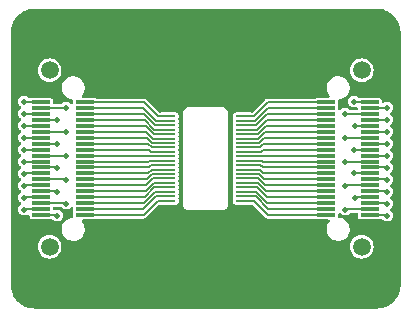
<source format=gbr>
G04 #@! TF.GenerationSoftware,KiCad,Pcbnew,7.0.10*
G04 #@! TF.CreationDate,2024-07-14T22:48:30-04:00*
G04 #@! TF.ProjectId,ARS_Igloo-v2,4152535f-4967-46c6-9f6f-2d76322e6b69,rev?*
G04 #@! TF.SameCoordinates,Original*
G04 #@! TF.FileFunction,Copper,L2,Bot*
G04 #@! TF.FilePolarity,Positive*
%FSLAX46Y46*%
G04 Gerber Fmt 4.6, Leading zero omitted, Abs format (unit mm)*
G04 Created by KiCad (PCBNEW 7.0.10) date 2024-07-14 22:48:30*
%MOMM*%
%LPD*%
G01*
G04 APERTURE LIST*
G04 #@! TA.AperFunction,ComponentPad*
%ADD10C,3.900000*%
G04 #@! TD*
G04 #@! TA.AperFunction,ConnectorPad*
%ADD11C,7.000000*%
G04 #@! TD*
G04 #@! TA.AperFunction,SMDPad,CuDef*
%ADD12R,1.250000X0.175000*%
G04 #@! TD*
G04 #@! TA.AperFunction,SMDPad,CuDef*
%ADD13R,1.500000X0.300000*%
G04 #@! TD*
G04 #@! TA.AperFunction,ComponentPad*
%ADD14C,1.500000*%
G04 #@! TD*
G04 #@! TA.AperFunction,ViaPad*
%ADD15C,0.500000*%
G04 #@! TD*
G04 #@! TA.AperFunction,ViaPad*
%ADD16C,0.800000*%
G04 #@! TD*
G04 #@! TA.AperFunction,Conductor*
%ADD17C,0.152400*%
G04 #@! TD*
G04 APERTURE END LIST*
D10*
X0Y8890000D03*
D11*
X0Y8890000D03*
D12*
X-3175000Y3562500D03*
X-3175000Y3187500D03*
X-3175000Y2812500D03*
X-3175000Y2437500D03*
X-3175000Y2062500D03*
X-3175000Y1687500D03*
X-3175000Y1312500D03*
X-3175000Y937500D03*
X-3175000Y562500D03*
X-3175000Y187500D03*
X-3175000Y-187500D03*
X-3175000Y-562500D03*
X-3175000Y-937500D03*
X-3175000Y-1312500D03*
X-3175000Y-1687500D03*
X-3175000Y-2062500D03*
X-3175000Y-2437500D03*
X-3175000Y-2812500D03*
X-3175000Y-3187500D03*
X-3175000Y-3562500D03*
D10*
X0Y-8890000D03*
D11*
X0Y-8890000D03*
D12*
X3175000Y-3562500D03*
X3175000Y-3187500D03*
X3175000Y-2812500D03*
X3175000Y-2437500D03*
X3175000Y-2062500D03*
X3175000Y-1687500D03*
X3175000Y-1312500D03*
X3175000Y-937500D03*
X3175000Y-562500D03*
X3175000Y-187500D03*
X3175000Y187500D03*
X3175000Y562500D03*
X3175000Y937500D03*
X3175000Y1312500D03*
X3175000Y1687500D03*
X3175000Y2062500D03*
X3175000Y2437500D03*
X3175000Y2812500D03*
X3175000Y3187500D03*
X3175000Y3562500D03*
D13*
X-13915000Y-4750000D03*
X-10215000Y-4750000D03*
X-13915000Y-4250000D03*
X-10215000Y-4250000D03*
X-13915000Y-3750000D03*
X-10215000Y-3750000D03*
X-13915000Y-3250000D03*
X-10215000Y-3250000D03*
X-13915000Y-2750000D03*
X-10215000Y-2750000D03*
X-13915000Y-2250000D03*
X-10215000Y-2250000D03*
X-13915000Y-1750000D03*
X-10215000Y-1750000D03*
X-13915000Y-1250000D03*
X-10215000Y-1250000D03*
X-13915000Y-750000D03*
X-10215000Y-750000D03*
X-13915000Y-250000D03*
X-10215000Y-250000D03*
X-13915000Y250000D03*
X-10215000Y250000D03*
X-13915000Y750000D03*
X-10215000Y750000D03*
X-13915000Y1250000D03*
X-10215000Y1250000D03*
X-13915000Y1750000D03*
X-10215000Y1750000D03*
X-13915000Y2250000D03*
X-10215000Y2250000D03*
X-13915000Y2750000D03*
X-10215000Y2750000D03*
X-13915000Y3250000D03*
X-10215000Y3250000D03*
X-13915000Y3750000D03*
X-10215000Y3750000D03*
X-13915000Y4250000D03*
X-10215000Y4250000D03*
X-13915000Y4750000D03*
X-10215000Y4750000D03*
D14*
X-13215000Y7475000D03*
X-13215000Y-7475000D03*
D13*
X13915000Y4750000D03*
X10215000Y4750000D03*
X13915000Y4250000D03*
X10215000Y4250000D03*
X13915000Y3750000D03*
X10215000Y3750000D03*
X13915000Y3250000D03*
X10215000Y3250000D03*
X13915000Y2750000D03*
X10215000Y2750000D03*
X13915000Y2250000D03*
X10215000Y2250000D03*
X13915000Y1750000D03*
X10215000Y1750000D03*
X13915000Y1250000D03*
X10215000Y1250000D03*
X13915000Y750000D03*
X10215000Y750000D03*
X13915000Y250000D03*
X10215000Y250000D03*
X13915000Y-250000D03*
X10215000Y-250000D03*
X13915000Y-750000D03*
X10215000Y-750000D03*
X13915000Y-1250000D03*
X10215000Y-1250000D03*
X13915000Y-1750000D03*
X10215000Y-1750000D03*
X13915000Y-2250000D03*
X10215000Y-2250000D03*
X13915000Y-2750000D03*
X10215000Y-2750000D03*
X13915000Y-3250000D03*
X10215000Y-3250000D03*
X13915000Y-3750000D03*
X10215000Y-3750000D03*
X13915000Y-4250000D03*
X10215000Y-4250000D03*
X13915000Y-4750000D03*
X10215000Y-4750000D03*
D14*
X13215000Y-7475000D03*
X13215000Y7475000D03*
D15*
X-15367000Y4826000D03*
X-11811000Y4318010D03*
X-15367000Y3810000D03*
X-12619529Y3302000D03*
X-15367000Y2794000D03*
X-11811000Y2286000D03*
X-15367000Y1778000D03*
X-12573000Y1250010D03*
X-15367000Y762000D03*
X-11811000Y254000D03*
X-15367000Y-254000D03*
X-12573000Y-762000D03*
X-15367008Y-1270000D03*
X-11811000Y-1778000D03*
X-15367000Y-2286000D03*
X-12616061Y-2794000D03*
X-15367000Y-3302000D03*
X-11811000Y-3810000D03*
X-15367000Y-4317994D03*
X-12572996Y-4826000D03*
X12572996Y4826000D03*
X15367000Y4317994D03*
X11811000Y3810000D03*
X15367000Y3302000D03*
X12616061Y2794000D03*
X15367000Y2286000D03*
X11811000Y1778000D03*
X15367008Y1270000D03*
X12573000Y762000D03*
X15367000Y254000D03*
X11811000Y-254000D03*
X15367000Y-762000D03*
X12573000Y-1250010D03*
X15367000Y-1778000D03*
X11811000Y-2286000D03*
X15367000Y-2794000D03*
X12619529Y-3302000D03*
X15367000Y-3810000D03*
X11811000Y-4318010D03*
X15367000Y-4826000D03*
X0Y6350000D03*
D16*
X-1905000Y-6985000D03*
X7620000Y-10795000D03*
D15*
X0Y5080000D03*
X0Y-5080000D03*
X3810000Y6350000D03*
D16*
X-4445000Y11430000D03*
X-7620000Y10795000D03*
X4445000Y11430000D03*
D15*
X-3810000Y6350000D03*
D16*
X-4445000Y-8890000D03*
X4445000Y8890000D03*
X4445000Y-8890000D03*
X1905000Y-6985000D03*
D15*
X2540000Y-5080000D03*
X-3810000Y-6350000D03*
D16*
X-7620000Y-10160000D03*
X-4445000Y-11430000D03*
D15*
X-2540000Y-5080000D03*
D16*
X-4445000Y8890000D03*
D15*
X-2540000Y5080000D03*
X3810000Y-6350000D03*
X0Y-6350000D03*
D16*
X4445000Y-11430000D03*
D15*
X2540000Y5080000D03*
D16*
X1905000Y6985000D03*
X7620000Y10795000D03*
X-1905000Y6985000D03*
D17*
X10215000Y-4750000D02*
X5258000Y-4750000D01*
X5258000Y-4750000D02*
X4070500Y-3562500D01*
X4070500Y-3562500D02*
X3175000Y-3562500D01*
X5296636Y-4250000D02*
X4234136Y-3187500D01*
X10215000Y-4250000D02*
X5296636Y-4250000D01*
X4234136Y-3187500D02*
X3175000Y-3187500D01*
X10215000Y-3750000D02*
X5227688Y-3750000D01*
X10215000Y-3750000D02*
X10155000Y-3810000D01*
X4290188Y-2812500D02*
X3175000Y-2812500D01*
X5227688Y-3750000D02*
X4290188Y-2812500D01*
X5158740Y-3250000D02*
X4346240Y-2437500D01*
X4346240Y-2437500D02*
X3175000Y-2437500D01*
X10215000Y-3250000D02*
X5158740Y-3250000D01*
X10215000Y-3250000D02*
X10163000Y-3302000D01*
X10215000Y-2750000D02*
X5089792Y-2750000D01*
X4402292Y-2062500D02*
X3175000Y-2062500D01*
X5089792Y-2750000D02*
X4402292Y-2062500D01*
X10215000Y-2750000D02*
X10171000Y-2794000D01*
X5020844Y-2250000D02*
X4458344Y-1687500D01*
X10215000Y-2250000D02*
X5020844Y-2250000D01*
X4458344Y-1687500D02*
X3175000Y-1687500D01*
X10215000Y-2250000D02*
X10179000Y-2286000D01*
X4951896Y-1750000D02*
X4514396Y-1312500D01*
X4514396Y-1312500D02*
X3175000Y-1312500D01*
X10215000Y-1750000D02*
X4951896Y-1750000D01*
X10215000Y-1750000D02*
X10187000Y-1778000D01*
X10215000Y-1250000D02*
X10195000Y-1270000D01*
X4570448Y-937500D02*
X3175000Y-937500D01*
X10215000Y-1250000D02*
X4882948Y-1250000D01*
X4882948Y-1250000D02*
X4570448Y-937500D01*
X10215000Y-750000D02*
X10203000Y-762000D01*
X4814000Y-750000D02*
X4626500Y-562500D01*
X4626500Y-562500D02*
X3175000Y-562500D01*
X10215000Y-750000D02*
X4814000Y-750000D01*
X4759500Y-187500D02*
X3175000Y-187500D01*
X9312600Y-250000D02*
X9308600Y-254000D01*
X10215000Y-250000D02*
X9312600Y-250000D01*
X10215000Y-250000D02*
X10211000Y-254000D01*
X4826000Y-254000D02*
X4759500Y-187500D01*
X9308600Y-254000D02*
X4826000Y-254000D01*
X4826000Y187500D02*
X3175000Y187500D01*
X10211000Y254000D02*
X4892500Y254000D01*
X4892500Y254000D02*
X4826000Y187500D01*
X10215000Y250000D02*
X10211000Y254000D01*
X4838000Y750000D02*
X4650500Y562500D01*
X4650500Y562500D02*
X3175000Y562500D01*
X10215000Y750000D02*
X4838000Y750000D01*
X10215000Y750000D02*
X10203000Y762000D01*
X4570448Y937500D02*
X3175000Y937500D01*
X10215000Y1250000D02*
X10195000Y1270000D01*
X4882948Y1250000D02*
X4570448Y937500D01*
X10215000Y1250000D02*
X4882948Y1250000D01*
X10215000Y1750000D02*
X4951896Y1750000D01*
X10215000Y1750000D02*
X10187000Y1778000D01*
X4951896Y1750000D02*
X4514396Y1312500D01*
X4514396Y1312500D02*
X3175000Y1312500D01*
X10215000Y2250000D02*
X10179000Y2286000D01*
X10215000Y2250000D02*
X5020844Y2250000D01*
X5020844Y2250000D02*
X4458344Y1687500D01*
X4458344Y1687500D02*
X3175000Y1687500D01*
X10215000Y2750000D02*
X10171000Y2794000D01*
X4400748Y2062500D02*
X3175000Y2062500D01*
X10215000Y2750000D02*
X5088248Y2750000D01*
X5088248Y2750000D02*
X4400748Y2062500D01*
X10215000Y3250000D02*
X10163000Y3302000D01*
X5157196Y3250000D02*
X4344696Y2437500D01*
X4344696Y2437500D02*
X3175000Y2437500D01*
X10215000Y3250000D02*
X5157196Y3250000D01*
X4288644Y2812500D02*
X3175000Y2812500D01*
X10215000Y3750000D02*
X5226144Y3750000D01*
X10215000Y3750000D02*
X10155000Y3810000D01*
X5226144Y3750000D02*
X4288644Y2812500D01*
X5266000Y4250000D02*
X4203500Y3187500D01*
X10215000Y4250000D02*
X5266000Y4250000D01*
X10215000Y4250000D02*
X10147000Y4318000D01*
X4203500Y3187500D02*
X3175000Y3187500D01*
X10215000Y4750000D02*
X10139000Y4826000D01*
X5258000Y4750000D02*
X4070500Y3562500D01*
X10215000Y4750000D02*
X5258000Y4750000D01*
X4070500Y3562500D02*
X3175000Y3562500D01*
X-3175000Y-3562500D02*
X-4070500Y-3562500D01*
X-5258000Y-4750000D02*
X-10215000Y-4750000D01*
X-4070500Y-3562500D02*
X-5258000Y-4750000D01*
X-10215000Y-4750000D02*
X-10139000Y-4826000D01*
X-4203500Y-3187500D02*
X-5266000Y-4250000D01*
X-5266000Y-4250000D02*
X-10215000Y-4250000D01*
X-10215000Y-4250000D02*
X-10147000Y-4318000D01*
X-3175000Y-3187500D02*
X-4203500Y-3187500D01*
X-4288644Y-2812500D02*
X-5226144Y-3750000D01*
X-5226144Y-3750000D02*
X-10215000Y-3750000D01*
X-3175000Y-2812500D02*
X-4288644Y-2812500D01*
X-10215000Y-3750000D02*
X-10155000Y-3810000D01*
X-10215000Y-3250000D02*
X-10163000Y-3302000D01*
X-3175000Y-2437500D02*
X-4344696Y-2437500D01*
X-5157196Y-3250000D02*
X-10215000Y-3250000D01*
X-4344696Y-2437500D02*
X-5157196Y-3250000D01*
X-4400748Y-2062500D02*
X-5088248Y-2750000D01*
X-5088248Y-2750000D02*
X-10215000Y-2750000D01*
X-10215000Y-2750000D02*
X-10171000Y-2794000D01*
X-3175000Y-2062500D02*
X-4400748Y-2062500D01*
X-10215000Y-2250000D02*
X-10179000Y-2286000D01*
X-4458344Y-1687500D02*
X-5020844Y-2250000D01*
X-5020844Y-2250000D02*
X-10215000Y-2250000D01*
X-3175000Y-1687500D02*
X-4458344Y-1687500D01*
X-4951896Y-1750000D02*
X-10215000Y-1750000D01*
X-10215000Y-1750000D02*
X-10187000Y-1778000D01*
X-3175000Y-1312500D02*
X-4514396Y-1312500D01*
X-4514396Y-1312500D02*
X-4951896Y-1750000D01*
X-4570448Y-937500D02*
X-4882948Y-1250000D01*
X-4882948Y-1250000D02*
X-10215000Y-1250000D01*
X-10215000Y-1250000D02*
X-10195000Y-1270000D01*
X-3175000Y-937500D02*
X-4570448Y-937500D01*
X-4838000Y-750000D02*
X-10215000Y-750000D01*
X-4650500Y-562500D02*
X-4838000Y-750000D01*
X-3175000Y-562500D02*
X-4650500Y-562500D01*
X-10215000Y-750000D02*
X-10203000Y-762000D01*
X-3175000Y-187500D02*
X-4826000Y-187500D01*
X-10211000Y-254000D02*
X-10215000Y-250000D01*
X-4826000Y-187500D02*
X-4892500Y-254000D01*
X-4892500Y-254000D02*
X-10211000Y-254000D01*
X-4759500Y187500D02*
X-4826000Y254000D01*
X-9312600Y250000D02*
X-10215000Y250000D01*
X-9308600Y254000D02*
X-9312600Y250000D01*
X-10215000Y250000D02*
X-10211000Y254000D01*
X-4826000Y254000D02*
X-9308600Y254000D01*
X-3175000Y187500D02*
X-4759500Y187500D01*
X-10215000Y750000D02*
X-10203000Y762000D01*
X-4626500Y562500D02*
X-4814000Y750000D01*
X-3175000Y562500D02*
X-4626500Y562500D01*
X-4814000Y750000D02*
X-10215000Y750000D01*
X-3175000Y937500D02*
X-4570448Y937500D01*
X-4570448Y937500D02*
X-4882948Y1250000D01*
X-10215000Y1250000D02*
X-10195000Y1270000D01*
X-4882948Y1250000D02*
X-10215000Y1250000D01*
X-3175000Y1312500D02*
X-4514396Y1312500D01*
X-4951896Y1750000D02*
X-10215000Y1750000D01*
X-10215000Y1750000D02*
X-10187000Y1778000D01*
X-4514396Y1312500D02*
X-4951896Y1750000D01*
X-4458344Y1687500D02*
X-5020844Y2250000D01*
X-10215000Y2250000D02*
X-10179000Y2286000D01*
X-3175000Y1687500D02*
X-4458344Y1687500D01*
X-5020844Y2250000D02*
X-10215000Y2250000D01*
X-4402292Y2062500D02*
X-3175000Y2062500D01*
X-5089792Y2750000D02*
X-4402292Y2062500D01*
X-10215000Y2750000D02*
X-5089792Y2750000D01*
X-10215000Y2750000D02*
X-10171000Y2794000D01*
X-5158740Y3250000D02*
X-10215000Y3250000D01*
X-3175000Y2437500D02*
X-4346240Y2437500D01*
X-4346240Y2437500D02*
X-5158740Y3250000D01*
X-10215000Y3250000D02*
X-10163000Y3302000D01*
X-10215000Y3750000D02*
X-5227688Y3750000D01*
X-10215000Y3750000D02*
X-10155000Y3810000D01*
X-4290188Y2812500D02*
X-3175000Y2812500D01*
X-5227688Y3750000D02*
X-4290188Y2812500D01*
X-4234136Y3187500D02*
X-3175000Y3187500D01*
X-10215000Y4250000D02*
X-5296636Y4250000D01*
X-5296636Y4250000D02*
X-4234136Y3187500D01*
X-5258000Y4750000D02*
X-4070500Y3562500D01*
X-10215000Y4750000D02*
X-5258000Y4750000D01*
X-4070500Y3562500D02*
X-3175000Y3562500D01*
X-15367000Y4826000D02*
X-15291000Y4750000D01*
X-15291000Y4750000D02*
X-13915000Y4750000D01*
X-11879010Y4250000D02*
X-11811000Y4318010D01*
X-13915000Y4250000D02*
X-11879010Y4250000D01*
X-15307000Y3750000D02*
X-15367000Y3810000D01*
X-13915000Y3750000D02*
X-15307000Y3750000D01*
X-12671529Y3250000D02*
X-12619529Y3302000D01*
X-13915000Y3250000D02*
X-12671529Y3250000D01*
X-13915000Y2750000D02*
X-15323000Y2750000D01*
X-15323000Y2750000D02*
X-15367000Y2794000D01*
X-11811000Y2286000D02*
X-11847000Y2250000D01*
X-11847000Y2250000D02*
X-13915000Y2250000D01*
X-15339000Y1750000D02*
X-15367000Y1778000D01*
X-13915000Y1750000D02*
X-15339000Y1750000D01*
X-13915000Y1250000D02*
X-12573010Y1250000D01*
X-12573010Y1250000D02*
X-12573000Y1250010D01*
X-13915000Y750000D02*
X-15355000Y750000D01*
X-15355000Y750000D02*
X-15367000Y762000D01*
X-11811000Y254000D02*
X-13911000Y254000D01*
X-13911000Y254000D02*
X-13915000Y250000D01*
X-15363000Y-250000D02*
X-15367000Y-254000D01*
X-13915000Y-250000D02*
X-15363000Y-250000D01*
X-12585000Y-750000D02*
X-13915000Y-750000D01*
X-12573000Y-762000D02*
X-12585000Y-750000D01*
X-13915000Y-1250000D02*
X-15347008Y-1250000D01*
X-15347008Y-1250000D02*
X-15367008Y-1270000D01*
X-11839000Y-1750000D02*
X-13915000Y-1750000D01*
X-11811000Y-1778000D02*
X-11839000Y-1750000D01*
X-15331000Y-2250000D02*
X-15367000Y-2286000D01*
X-13915000Y-2250000D02*
X-15331000Y-2250000D01*
X-12616061Y-2794000D02*
X-12660061Y-2750000D01*
X-12660061Y-2750000D02*
X-13915000Y-2750000D01*
X-15315000Y-3250000D02*
X-15367000Y-3302000D01*
X-13915000Y-3250000D02*
X-15315000Y-3250000D01*
X-13915000Y-3750000D02*
X-11871000Y-3750000D01*
X-11871000Y-3750000D02*
X-11811000Y-3810000D01*
X-15299006Y-4250000D02*
X-15367000Y-4317994D01*
X-13915000Y-4250000D02*
X-15299006Y-4250000D01*
X-13915000Y-4750000D02*
X-12648996Y-4750000D01*
X-12648996Y-4750000D02*
X-12572996Y-4826000D01*
X12648996Y4750000D02*
X12572996Y4826000D01*
X13915000Y4750000D02*
X12648996Y4750000D01*
X13915000Y4250000D02*
X15299006Y4250000D01*
X15299006Y4250000D02*
X15367000Y4317994D01*
X11871000Y3750000D02*
X11811000Y3810000D01*
X13915000Y3750000D02*
X11871000Y3750000D01*
X13915000Y3250000D02*
X15315000Y3250000D01*
X15315000Y3250000D02*
X15367000Y3302000D01*
X12616061Y2794000D02*
X12660061Y2750000D01*
X12660061Y2750000D02*
X13915000Y2750000D01*
X15331000Y2250000D02*
X15367000Y2286000D01*
X13915000Y2250000D02*
X15331000Y2250000D01*
X11839000Y1750000D02*
X13915000Y1750000D01*
X11811000Y1778000D02*
X11839000Y1750000D01*
X15347008Y1250000D02*
X15367008Y1270000D01*
X13915000Y1250000D02*
X15347008Y1250000D01*
X12573000Y762000D02*
X12585000Y750000D01*
X12585000Y750000D02*
X13915000Y750000D01*
X13915000Y250000D02*
X15363000Y250000D01*
X15363000Y250000D02*
X15367000Y254000D01*
X11811000Y-254000D02*
X13911000Y-254000D01*
X13911000Y-254000D02*
X13915000Y-250000D01*
X13915000Y-750000D02*
X15355000Y-750000D01*
X15355000Y-750000D02*
X15367000Y-762000D01*
X12573010Y-1250000D02*
X12573000Y-1250010D01*
X13915000Y-1250000D02*
X12573010Y-1250000D01*
X13915000Y-1750000D02*
X15339000Y-1750000D01*
X15339000Y-1750000D02*
X15367000Y-1778000D01*
X11847000Y-2250000D02*
X13915000Y-2250000D01*
X11811000Y-2286000D02*
X11847000Y-2250000D01*
X13915000Y-2750000D02*
X15323000Y-2750000D01*
X15323000Y-2750000D02*
X15367000Y-2794000D01*
X12671529Y-3250000D02*
X12619529Y-3302000D01*
X13915000Y-3250000D02*
X12671529Y-3250000D01*
X13915000Y-3750000D02*
X15307000Y-3750000D01*
X15307000Y-3750000D02*
X15367000Y-3810000D01*
X13915000Y-4250000D02*
X11879010Y-4250000D01*
X11879010Y-4250000D02*
X11811000Y-4318010D01*
X15291000Y-4750000D02*
X13915000Y-4750000D01*
X15367000Y-4826000D02*
X15291000Y-4750000D01*
G04 #@! TA.AperFunction,Conductor*
G36*
X14482058Y12699234D02*
G01*
X14561214Y12694045D01*
X14561949Y12693995D01*
X14743946Y12680978D01*
X14759292Y12678911D01*
X14872138Y12656464D01*
X14874304Y12656013D01*
X15016878Y12624998D01*
X15030378Y12621252D01*
X15145969Y12582015D01*
X15149445Y12580777D01*
X15279589Y12532235D01*
X15291098Y12527266D01*
X15403069Y12472049D01*
X15407653Y12469668D01*
X15527159Y12404412D01*
X15536623Y12398682D01*
X15641505Y12328602D01*
X15646924Y12324768D01*
X15754967Y12243889D01*
X15762416Y12237849D01*
X15857674Y12154309D01*
X15863596Y12148762D01*
X15958762Y12053596D01*
X15964309Y12047674D01*
X16047849Y11952416D01*
X16053889Y11944967D01*
X16134768Y11836924D01*
X16138602Y11831505D01*
X16208682Y11726623D01*
X16214412Y11717159D01*
X16279668Y11597653D01*
X16282049Y11593069D01*
X16337266Y11481098D01*
X16342235Y11469589D01*
X16390777Y11339445D01*
X16392015Y11335969D01*
X16431252Y11220378D01*
X16434998Y11206878D01*
X16466013Y11064304D01*
X16466464Y11062138D01*
X16488911Y10949292D01*
X16490978Y10933946D01*
X16503995Y10751949D01*
X16504045Y10751214D01*
X16509234Y10672057D01*
X16509500Y10663946D01*
X16509500Y-10663946D01*
X16509234Y-10672057D01*
X16504045Y-10751214D01*
X16503995Y-10751949D01*
X16490978Y-10933946D01*
X16488911Y-10949292D01*
X16466464Y-11062138D01*
X16466013Y-11064304D01*
X16434998Y-11206878D01*
X16431252Y-11220378D01*
X16392015Y-11335969D01*
X16390777Y-11339445D01*
X16342235Y-11469589D01*
X16337266Y-11481098D01*
X16282049Y-11593069D01*
X16279668Y-11597653D01*
X16214412Y-11717159D01*
X16208682Y-11726623D01*
X16138602Y-11831505D01*
X16134768Y-11836924D01*
X16053889Y-11944967D01*
X16047849Y-11952416D01*
X15964309Y-12047674D01*
X15958762Y-12053596D01*
X15863596Y-12148762D01*
X15857674Y-12154309D01*
X15762416Y-12237849D01*
X15754967Y-12243889D01*
X15646924Y-12324768D01*
X15641505Y-12328602D01*
X15536623Y-12398682D01*
X15527159Y-12404412D01*
X15407653Y-12469668D01*
X15403069Y-12472049D01*
X15291098Y-12527266D01*
X15279589Y-12532235D01*
X15149445Y-12580777D01*
X15145969Y-12582015D01*
X15030378Y-12621252D01*
X15016878Y-12624998D01*
X14874304Y-12656013D01*
X14872138Y-12656464D01*
X14759292Y-12678911D01*
X14743946Y-12680978D01*
X14561949Y-12693995D01*
X14561214Y-12694045D01*
X14482058Y-12699234D01*
X14473947Y-12699500D01*
X-14473947Y-12699500D01*
X-14482058Y-12699234D01*
X-14561214Y-12694045D01*
X-14561949Y-12693995D01*
X-14743946Y-12680978D01*
X-14759292Y-12678911D01*
X-14872138Y-12656464D01*
X-14874304Y-12656013D01*
X-15016878Y-12624998D01*
X-15030378Y-12621252D01*
X-15145969Y-12582015D01*
X-15149445Y-12580777D01*
X-15279589Y-12532235D01*
X-15291098Y-12527266D01*
X-15403069Y-12472049D01*
X-15407653Y-12469668D01*
X-15527159Y-12404412D01*
X-15536623Y-12398682D01*
X-15641505Y-12328602D01*
X-15646924Y-12324768D01*
X-15754967Y-12243889D01*
X-15762416Y-12237849D01*
X-15857674Y-12154309D01*
X-15863596Y-12148762D01*
X-15958762Y-12053596D01*
X-15964309Y-12047674D01*
X-16047849Y-11952416D01*
X-16053889Y-11944967D01*
X-16134768Y-11836924D01*
X-16138602Y-11831505D01*
X-16208682Y-11726623D01*
X-16214412Y-11717159D01*
X-16279668Y-11597653D01*
X-16282049Y-11593069D01*
X-16337266Y-11481098D01*
X-16342235Y-11469589D01*
X-16390777Y-11339445D01*
X-16392015Y-11335969D01*
X-16431252Y-11220378D01*
X-16434998Y-11206878D01*
X-16466013Y-11064304D01*
X-16466464Y-11062138D01*
X-16488911Y-10949292D01*
X-16490978Y-10933946D01*
X-16503995Y-10751949D01*
X-16504045Y-10751214D01*
X-16509234Y-10672057D01*
X-16509500Y-10663946D01*
X-16509500Y-8890005D01*
X-2454844Y-8890005D01*
X-2435488Y-9197663D01*
X-2435487Y-9197670D01*
X-2377719Y-9500499D01*
X-2282455Y-9793689D01*
X-2282453Y-9793694D01*
X-2151197Y-10072626D01*
X-2151194Y-10072632D01*
X-1986014Y-10332916D01*
X-1900198Y-10436646D01*
X-1402721Y-9939168D01*
X-1372042Y-9984167D01*
X-1193640Y-10176438D01*
X-1048572Y-10292124D01*
X-1549231Y-10792783D01*
X-1549230Y-10792785D01*
X-1315382Y-10962685D01*
X-1315364Y-10962697D01*
X-1045221Y-11111209D01*
X-1045213Y-11111213D01*
X-758593Y-11224693D01*
X-459991Y-11301361D01*
X-459982Y-11301363D01*
X-154152Y-11339999D01*
X-154139Y-11340000D01*
X154139Y-11340000D01*
X154152Y-11339999D01*
X459982Y-11301363D01*
X459991Y-11301361D01*
X758593Y-11224693D01*
X1045213Y-11111213D01*
X1045221Y-11111209D01*
X1315364Y-10962697D01*
X1315382Y-10962685D01*
X1549230Y-10792785D01*
X1549231Y-10792783D01*
X1048572Y-10292124D01*
X1193640Y-10176438D01*
X1372042Y-9984167D01*
X1402721Y-9939168D01*
X1900199Y-10436647D01*
X1986014Y-10332916D01*
X2151194Y-10072632D01*
X2151197Y-10072626D01*
X2282453Y-9793694D01*
X2282455Y-9793689D01*
X2377719Y-9500499D01*
X2435487Y-9197670D01*
X2435488Y-9197663D01*
X2454844Y-8890005D01*
X2454844Y-8889994D01*
X2435488Y-8582336D01*
X2435487Y-8582329D01*
X2377719Y-8279500D01*
X2282455Y-7986310D01*
X2282453Y-7986305D01*
X2151197Y-7707373D01*
X2151194Y-7707367D01*
X2003730Y-7475000D01*
X12209659Y-7475000D01*
X12228975Y-7671129D01*
X12286188Y-7859733D01*
X12379086Y-8033532D01*
X12379090Y-8033539D01*
X12504116Y-8185883D01*
X12656460Y-8310909D01*
X12656467Y-8310913D01*
X12830266Y-8403811D01*
X12830269Y-8403811D01*
X12830273Y-8403814D01*
X13018868Y-8461024D01*
X13215000Y-8480341D01*
X13411132Y-8461024D01*
X13599727Y-8403814D01*
X13773538Y-8310910D01*
X13925883Y-8185883D01*
X14050910Y-8033538D01*
X14143814Y-7859727D01*
X14201024Y-7671132D01*
X14220341Y-7475000D01*
X14201024Y-7278868D01*
X14143814Y-7090273D01*
X14143811Y-7090269D01*
X14143811Y-7090266D01*
X14050913Y-6916467D01*
X14050909Y-6916460D01*
X13925883Y-6764116D01*
X13773539Y-6639090D01*
X13773532Y-6639086D01*
X13599733Y-6546188D01*
X13599727Y-6546186D01*
X13411132Y-6488976D01*
X13411129Y-6488975D01*
X13215000Y-6469659D01*
X13018870Y-6488975D01*
X12830266Y-6546188D01*
X12656467Y-6639086D01*
X12656460Y-6639090D01*
X12504116Y-6764116D01*
X12379090Y-6916460D01*
X12379086Y-6916467D01*
X12286188Y-7090266D01*
X12228975Y-7278870D01*
X12209659Y-7475000D01*
X2003730Y-7475000D01*
X1986017Y-7447088D01*
X1900198Y-7343351D01*
X1402720Y-7840829D01*
X1372042Y-7795833D01*
X1193640Y-7603562D01*
X1048572Y-7487874D01*
X1549231Y-6987215D01*
X1549230Y-6987214D01*
X1315382Y-6817314D01*
X1315364Y-6817302D01*
X1045221Y-6668790D01*
X1045213Y-6668786D01*
X758593Y-6555306D01*
X459991Y-6478638D01*
X459982Y-6478636D01*
X154152Y-6440000D01*
X-154152Y-6440000D01*
X-459982Y-6478636D01*
X-459991Y-6478638D01*
X-758593Y-6555306D01*
X-1045213Y-6668786D01*
X-1045221Y-6668790D01*
X-1315364Y-6817302D01*
X-1315382Y-6817314D01*
X-1549230Y-6987214D01*
X-1549231Y-6987215D01*
X-1048572Y-7487874D01*
X-1193640Y-7603562D01*
X-1372042Y-7795833D01*
X-1402720Y-7840830D01*
X-1900199Y-7343351D01*
X-1986017Y-7447088D01*
X-2151194Y-7707367D01*
X-2151197Y-7707373D01*
X-2282453Y-7986305D01*
X-2282455Y-7986310D01*
X-2377719Y-8279500D01*
X-2435487Y-8582329D01*
X-2435488Y-8582336D01*
X-2454844Y-8889994D01*
X-2454844Y-8890005D01*
X-16509500Y-8890005D01*
X-16509500Y-7475000D01*
X-14220341Y-7475000D01*
X-14201024Y-7671132D01*
X-14143814Y-7859727D01*
X-14050910Y-8033538D01*
X-13925883Y-8185883D01*
X-13773538Y-8310910D01*
X-13599727Y-8403814D01*
X-13411132Y-8461024D01*
X-13215000Y-8480341D01*
X-13018868Y-8461024D01*
X-12830273Y-8403814D01*
X-12830269Y-8403811D01*
X-12830266Y-8403811D01*
X-12656467Y-8310913D01*
X-12656460Y-8310909D01*
X-12504116Y-8185883D01*
X-12379090Y-8033539D01*
X-12379086Y-8033532D01*
X-12286188Y-7859733D01*
X-12228975Y-7671129D01*
X-12209659Y-7475000D01*
X-12228975Y-7278870D01*
X-12286188Y-7090266D01*
X-12379086Y-6916467D01*
X-12379090Y-6916460D01*
X-12504116Y-6764116D01*
X-12656460Y-6639090D01*
X-12656467Y-6639086D01*
X-12830266Y-6546188D01*
X-13018870Y-6488975D01*
X-13215000Y-6469659D01*
X-13411129Y-6488975D01*
X-13411132Y-6488976D01*
X-13599727Y-6546186D01*
X-13599733Y-6546188D01*
X-13773532Y-6639086D01*
X-13773539Y-6639090D01*
X-13925883Y-6764116D01*
X-14050909Y-6916460D01*
X-14050913Y-6916467D01*
X-14143811Y-7090266D01*
X-14143811Y-7090269D01*
X-14143814Y-7090273D01*
X-14201024Y-7278868D01*
X-14220341Y-7475000D01*
X-16509500Y-7475000D01*
X-16509500Y-1270000D01*
X-15872655Y-1270000D01*
X-15852173Y-1412457D01*
X-15792385Y-1543373D01*
X-15698136Y-1652143D01*
X-15664614Y-1673686D01*
X-15618858Y-1726489D01*
X-15608914Y-1795647D01*
X-15637938Y-1859203D01*
X-15664612Y-1882317D01*
X-15690866Y-1899190D01*
X-15698128Y-1903857D01*
X-15792377Y-2012627D01*
X-15852165Y-2143543D01*
X-15872647Y-2286000D01*
X-15852165Y-2428457D01*
X-15792377Y-2559373D01*
X-15698128Y-2668143D01*
X-15664609Y-2689684D01*
X-15618854Y-2742488D01*
X-15608910Y-2811647D01*
X-15637935Y-2875202D01*
X-15664607Y-2898314D01*
X-15698128Y-2919857D01*
X-15792377Y-3028627D01*
X-15852165Y-3159543D01*
X-15872647Y-3302000D01*
X-15852165Y-3444457D01*
X-15792377Y-3575373D01*
X-15698128Y-3684143D01*
X-15698125Y-3684144D01*
X-15698125Y-3684145D01*
X-15664614Y-3705681D01*
X-15618858Y-3758484D01*
X-15608914Y-3827643D01*
X-15637938Y-3891199D01*
X-15664614Y-3914313D01*
X-15698125Y-3935848D01*
X-15698125Y-3935849D01*
X-15698128Y-3935851D01*
X-15792377Y-4044621D01*
X-15852165Y-4175537D01*
X-15872647Y-4317994D01*
X-15852165Y-4460451D01*
X-15792377Y-4591367D01*
X-15698128Y-4700137D01*
X-15577053Y-4777947D01*
X-15577050Y-4777948D01*
X-15546121Y-4787029D01*
X-15438962Y-4818493D01*
X-15438962Y-4818494D01*
X-15438961Y-4818494D01*
X-15295038Y-4818494D01*
X-15295036Y-4818493D01*
X-15156949Y-4777948D01*
X-15156948Y-4777948D01*
X-15134967Y-4763821D01*
X-15106538Y-4745551D01*
X-15039501Y-4725867D01*
X-14972461Y-4745551D01*
X-14926706Y-4798355D01*
X-14915500Y-4849867D01*
X-14915500Y-4924674D01*
X-14900966Y-4997740D01*
X-14845601Y-5080601D01*
X-14762740Y-5135966D01*
X-14689677Y-5150499D01*
X-14689676Y-5150500D01*
X-14689674Y-5150500D01*
X-13140324Y-5150500D01*
X-13140321Y-5150499D01*
X-13055281Y-5133584D01*
X-13054555Y-5137233D01*
X-13006376Y-5132053D01*
X-12943896Y-5163327D01*
X-12934691Y-5172866D01*
X-12904124Y-5208143D01*
X-12783049Y-5285953D01*
X-12644958Y-5326499D01*
X-12644958Y-5326500D01*
X-12644957Y-5326500D01*
X-12501034Y-5326500D01*
X-12501032Y-5326499D01*
X-12494036Y-5324445D01*
X-12470103Y-5317417D01*
X-12362945Y-5285954D01*
X-12362943Y-5285953D01*
X-12241868Y-5208143D01*
X-12147619Y-5099373D01*
X-12147618Y-5099371D01*
X-12087830Y-4968456D01*
X-12067349Y-4826000D01*
X-12087830Y-4683543D01*
X-12147618Y-4552628D01*
X-12147619Y-4552626D01*
X-12241869Y-4443856D01*
X-12362946Y-4366045D01*
X-12362945Y-4366045D01*
X-12501032Y-4325500D01*
X-12501035Y-4325500D01*
X-12644957Y-4325500D01*
X-12644960Y-4325500D01*
X-12755566Y-4357976D01*
X-12825436Y-4357976D01*
X-12884214Y-4320201D01*
X-12913238Y-4256645D01*
X-12914500Y-4238999D01*
X-12914500Y-4200700D01*
X-12894815Y-4133661D01*
X-12842011Y-4087906D01*
X-12790500Y-4076700D01*
X-12298788Y-4076700D01*
X-12231749Y-4096385D01*
X-12205074Y-4119498D01*
X-12142128Y-4192143D01*
X-12021053Y-4269953D01*
X-11882962Y-4310499D01*
X-11882962Y-4310500D01*
X-11882961Y-4310500D01*
X-11739038Y-4310500D01*
X-11739036Y-4310499D01*
X-11726383Y-4306784D01*
X-11704481Y-4300353D01*
X-11600949Y-4269954D01*
X-11580239Y-4256645D01*
X-11522436Y-4219497D01*
X-11479873Y-4192144D01*
X-11465483Y-4175537D01*
X-11433211Y-4138293D01*
X-11374436Y-4100520D01*
X-11304566Y-4100520D01*
X-11245788Y-4138294D01*
X-11216762Y-4201849D01*
X-11215500Y-4219497D01*
X-11215500Y-4424674D01*
X-11205328Y-4475811D01*
X-11205328Y-4524188D01*
X-11210985Y-4552628D01*
X-11215500Y-4575326D01*
X-11215500Y-4907489D01*
X-11235185Y-4974528D01*
X-11287989Y-5020283D01*
X-11326954Y-5030853D01*
X-11412380Y-5039541D01*
X-11601670Y-5098930D01*
X-11601673Y-5098931D01*
X-11601678Y-5098933D01*
X-11775146Y-5195216D01*
X-11775147Y-5195217D01*
X-11775148Y-5195217D01*
X-11925680Y-5324445D01*
X-11925682Y-5324446D01*
X-12047120Y-5481331D01*
X-12047122Y-5481334D01*
X-12134495Y-5659456D01*
X-12184224Y-5851520D01*
X-12194272Y-6049663D01*
X-12164230Y-6245773D01*
X-12095325Y-6431820D01*
X-11990380Y-6600189D01*
X-11853691Y-6743986D01*
X-11690854Y-6857324D01*
X-11508535Y-6935563D01*
X-11314199Y-6975500D01*
X-11165526Y-6975500D01*
X-11017619Y-6960459D01*
X-10873422Y-6915217D01*
X-10828322Y-6901067D01*
X-10654854Y-6804784D01*
X-10654852Y-6804782D01*
X-10654851Y-6804782D01*
X-10504319Y-6675554D01*
X-10504317Y-6675553D01*
X-10382879Y-6518668D01*
X-10382877Y-6518664D01*
X-10295503Y-6340540D01*
X-10245777Y-6148488D01*
X-10245776Y-6148482D01*
X-10235728Y-5950337D01*
X-10235728Y-5950332D01*
X-10265768Y-5754235D01*
X-10265771Y-5754222D01*
X-10334673Y-5568184D01*
X-10334677Y-5568175D01*
X-10439616Y-5399815D01*
X-10439621Y-5399809D01*
X-10477528Y-5359931D01*
X-10509448Y-5297779D01*
X-10502699Y-5228236D01*
X-10459424Y-5173382D01*
X-10393362Y-5150632D01*
X-10387653Y-5150500D01*
X-10206550Y-5150500D01*
X-10174455Y-5154726D01*
X-10167915Y-5156478D01*
X-10167914Y-5156477D01*
X-10167914Y-5156478D01*
X-10130466Y-5153201D01*
X-10104983Y-5150972D01*
X-10094175Y-5150500D01*
X-9440324Y-5150500D01*
X-9440321Y-5150499D01*
X-9367264Y-5135967D01*
X-9367260Y-5135966D01*
X-9309836Y-5097597D01*
X-9243158Y-5076720D01*
X-9240946Y-5076700D01*
X-5277680Y-5076700D01*
X-5266871Y-5077171D01*
X-5229086Y-5080478D01*
X-5192443Y-5070659D01*
X-5181900Y-5068321D01*
X-5144538Y-5061734D01*
X-5144536Y-5061733D01*
X-5144535Y-5061733D01*
X-5139673Y-5059963D01*
X-5122503Y-5052852D01*
X-5117798Y-5050658D01*
X-5086720Y-5028897D01*
X-5077604Y-5023089D01*
X-5044762Y-5004128D01*
X-5039401Y-4997740D01*
X-5020381Y-4975072D01*
X-5013073Y-4967097D01*
X-3976768Y-3930792D01*
X-1905500Y-3930792D01*
X-1905499Y-3930800D01*
X-1889189Y-4002260D01*
X-1880002Y-4042510D01*
X-1830284Y-4145750D01*
X-1758839Y-4235339D01*
X-1669250Y-4306784D01*
X-1566010Y-4356502D01*
X-1454300Y-4381999D01*
X-1454296Y-4381999D01*
X-1454294Y-4382000D01*
X-1454292Y-4382000D01*
X1454292Y-4382000D01*
X1454294Y-4382000D01*
X1454296Y-4381999D01*
X1454300Y-4381999D01*
X1566010Y-4356502D01*
X1669250Y-4306784D01*
X1758839Y-4235339D01*
X1830284Y-4145750D01*
X1880002Y-4042510D01*
X1889189Y-4002260D01*
X1905499Y-3930800D01*
X1905500Y-3930792D01*
X1905500Y-3674678D01*
X2299500Y-3674678D01*
X2314032Y-3747735D01*
X2314033Y-3747739D01*
X2332405Y-3775235D01*
X2369399Y-3830601D01*
X2410467Y-3858041D01*
X2452260Y-3885966D01*
X2452264Y-3885967D01*
X2525321Y-3900499D01*
X2525324Y-3900500D01*
X2525326Y-3900500D01*
X3824674Y-3900500D01*
X3861261Y-3893222D01*
X3930851Y-3899448D01*
X3973134Y-3927158D01*
X5013073Y-4967097D01*
X5020381Y-4975072D01*
X5039401Y-4997740D01*
X5044762Y-5004128D01*
X5077604Y-5023089D01*
X5086720Y-5028897D01*
X5117798Y-5050658D01*
X5122503Y-5052852D01*
X5139673Y-5059963D01*
X5144535Y-5061733D01*
X5144536Y-5061733D01*
X5144538Y-5061734D01*
X5181896Y-5068320D01*
X5192444Y-5070659D01*
X5229087Y-5080478D01*
X5266872Y-5077171D01*
X5277681Y-5076700D01*
X9240946Y-5076700D01*
X9307985Y-5096385D01*
X9309836Y-5097597D01*
X9367260Y-5135966D01*
X9367264Y-5135967D01*
X9440321Y-5150499D01*
X9440324Y-5150500D01*
X9440326Y-5150500D01*
X10386172Y-5150500D01*
X10453211Y-5170185D01*
X10498966Y-5222989D01*
X10508910Y-5292147D01*
X10484228Y-5350401D01*
X10382879Y-5481332D01*
X10382877Y-5481335D01*
X10295503Y-5659459D01*
X10245777Y-5851511D01*
X10245776Y-5851517D01*
X10235728Y-6049662D01*
X10235728Y-6049663D01*
X10265768Y-6245764D01*
X10265771Y-6245777D01*
X10334673Y-6431815D01*
X10334677Y-6431824D01*
X10439616Y-6600184D01*
X10439621Y-6600191D01*
X10576306Y-6743983D01*
X10576309Y-6743986D01*
X10739146Y-6857324D01*
X10921465Y-6935563D01*
X11115801Y-6975500D01*
X11264474Y-6975500D01*
X11412380Y-6960459D01*
X11484478Y-6937838D01*
X11601678Y-6901067D01*
X11775146Y-6804784D01*
X11925682Y-6675553D01*
X12047122Y-6518666D01*
X12134495Y-6340544D01*
X12184224Y-6148480D01*
X12194272Y-5950337D01*
X12164230Y-5754227D01*
X12095325Y-5568180D01*
X12095322Y-5568175D01*
X11990383Y-5399815D01*
X11990378Y-5399808D01*
X11853693Y-5256016D01*
X11853692Y-5256015D01*
X11690853Y-5142675D01*
X11508536Y-5064437D01*
X11314538Y-5024569D01*
X11252834Y-4991792D01*
X11218645Y-4930858D01*
X11215500Y-4903107D01*
X11215500Y-4727507D01*
X11235185Y-4660468D01*
X11287989Y-4614713D01*
X11357147Y-4604769D01*
X11420703Y-4633794D01*
X11433205Y-4646296D01*
X11479858Y-4700137D01*
X11479873Y-4700154D01*
X11480723Y-4700700D01*
X11600947Y-4777963D01*
X11600950Y-4777964D01*
X11600949Y-4777964D01*
X11708107Y-4809427D01*
X11738981Y-4818493D01*
X11739036Y-4818509D01*
X11739038Y-4818510D01*
X11739039Y-4818510D01*
X11882962Y-4818510D01*
X11882962Y-4818509D01*
X12021053Y-4777963D01*
X12142128Y-4700153D01*
X12212016Y-4619496D01*
X12270794Y-4581723D01*
X12305729Y-4576700D01*
X12790500Y-4576700D01*
X12857539Y-4596385D01*
X12903294Y-4649189D01*
X12914500Y-4700700D01*
X12914500Y-4924678D01*
X12929032Y-4997735D01*
X12929033Y-4997739D01*
X12929034Y-4997740D01*
X12984399Y-5080601D01*
X13057626Y-5129529D01*
X13067260Y-5135966D01*
X13067264Y-5135967D01*
X13140321Y-5150499D01*
X13140324Y-5150500D01*
X13140326Y-5150500D01*
X14689676Y-5150500D01*
X14689677Y-5150499D01*
X14762740Y-5135966D01*
X14805150Y-5107628D01*
X14871826Y-5086751D01*
X14939207Y-5105235D01*
X14967753Y-5129529D01*
X15024671Y-5195217D01*
X15035872Y-5208143D01*
X15156947Y-5285953D01*
X15156950Y-5285954D01*
X15156949Y-5285954D01*
X15264107Y-5317417D01*
X15288040Y-5324445D01*
X15295036Y-5326499D01*
X15295038Y-5326500D01*
X15295039Y-5326500D01*
X15438962Y-5326500D01*
X15438962Y-5326499D01*
X15577053Y-5285953D01*
X15698128Y-5208143D01*
X15792377Y-5099373D01*
X15852165Y-4968457D01*
X15872647Y-4826000D01*
X15852165Y-4683543D01*
X15792377Y-4552627D01*
X15698128Y-4443857D01*
X15664608Y-4422315D01*
X15618854Y-4369512D01*
X15608910Y-4300353D01*
X15637935Y-4236798D01*
X15664609Y-4213684D01*
X15698128Y-4192143D01*
X15792377Y-4083373D01*
X15852165Y-3952457D01*
X15872647Y-3810000D01*
X15852165Y-3667543D01*
X15792377Y-3536627D01*
X15698128Y-3427857D01*
X15664608Y-3406315D01*
X15618854Y-3353512D01*
X15608910Y-3284353D01*
X15637935Y-3220798D01*
X15664609Y-3197684D01*
X15668809Y-3194985D01*
X15698128Y-3176143D01*
X15792377Y-3067373D01*
X15852165Y-2936457D01*
X15872647Y-2794000D01*
X15852165Y-2651543D01*
X15792377Y-2520627D01*
X15698128Y-2411857D01*
X15664608Y-2390315D01*
X15618854Y-2337512D01*
X15608910Y-2268353D01*
X15637935Y-2204798D01*
X15664609Y-2181684D01*
X15698128Y-2160143D01*
X15792377Y-2051373D01*
X15852165Y-1920457D01*
X15872647Y-1778000D01*
X15852165Y-1635543D01*
X15792377Y-1504627D01*
X15698128Y-1395857D01*
X15664608Y-1374315D01*
X15618854Y-1321512D01*
X15608910Y-1252353D01*
X15637935Y-1188798D01*
X15664609Y-1165684D01*
X15698128Y-1144143D01*
X15792377Y-1035373D01*
X15852165Y-904457D01*
X15872647Y-762000D01*
X15852165Y-619543D01*
X15792377Y-488627D01*
X15698128Y-379857D01*
X15664608Y-358315D01*
X15618854Y-305512D01*
X15608910Y-236353D01*
X15637935Y-172798D01*
X15664609Y-149684D01*
X15698128Y-128143D01*
X15792377Y-19373D01*
X15852165Y111543D01*
X15872647Y254000D01*
X15852165Y396457D01*
X15792377Y527373D01*
X15698128Y636143D01*
X15664613Y657681D01*
X15618858Y710484D01*
X15608914Y779643D01*
X15637938Y843199D01*
X15664612Y866312D01*
X15698133Y887855D01*
X15698136Y887857D01*
X15792385Y996627D01*
X15852173Y1127543D01*
X15872655Y1270000D01*
X15852173Y1412457D01*
X15792385Y1543373D01*
X15698136Y1652143D01*
X15664613Y1673686D01*
X15618858Y1726489D01*
X15608914Y1795647D01*
X15637938Y1859203D01*
X15664612Y1882317D01*
X15698125Y1903855D01*
X15698126Y1903856D01*
X15698128Y1903857D01*
X15792377Y2012627D01*
X15852165Y2143543D01*
X15872647Y2286000D01*
X15852165Y2428457D01*
X15792377Y2559373D01*
X15698128Y2668143D01*
X15664608Y2689684D01*
X15618854Y2742488D01*
X15608910Y2811647D01*
X15637935Y2875202D01*
X15664609Y2898316D01*
X15698126Y2919856D01*
X15698128Y2919857D01*
X15792377Y3028627D01*
X15852165Y3159543D01*
X15872647Y3302000D01*
X15852165Y3444457D01*
X15792377Y3575373D01*
X15698128Y3684143D01*
X15664613Y3705681D01*
X15618858Y3758484D01*
X15608914Y3827643D01*
X15637938Y3891199D01*
X15664614Y3914313D01*
X15698125Y3935848D01*
X15698125Y3935849D01*
X15698128Y3935851D01*
X15792377Y4044621D01*
X15852165Y4175537D01*
X15872647Y4317994D01*
X15852165Y4460451D01*
X15792377Y4591367D01*
X15698128Y4700137D01*
X15577053Y4777947D01*
X15576995Y4777964D01*
X15546121Y4787029D01*
X15438962Y4818493D01*
X15438962Y4818494D01*
X15438961Y4818494D01*
X15295039Y4818494D01*
X15295038Y4818494D01*
X15295036Y4818493D01*
X15156949Y4777948D01*
X15156948Y4777948D01*
X15134967Y4763821D01*
X15106538Y4745551D01*
X15039501Y4725867D01*
X14972461Y4745551D01*
X14926706Y4798355D01*
X14915500Y4849867D01*
X14915500Y4924676D01*
X14915499Y4924678D01*
X14906299Y4970927D01*
X14900966Y4997740D01*
X14845601Y5080601D01*
X14762740Y5135966D01*
X14762735Y5135967D01*
X14689677Y5150500D01*
X14689674Y5150500D01*
X13140326Y5150500D01*
X13140323Y5150500D01*
X13055281Y5133584D01*
X13054555Y5137233D01*
X13006376Y5132053D01*
X12943896Y5163327D01*
X12934691Y5172866D01*
X12904124Y5208143D01*
X12783049Y5285953D01*
X12644958Y5326499D01*
X12644958Y5326500D01*
X12644957Y5326500D01*
X12501035Y5326500D01*
X12501034Y5326500D01*
X12501032Y5326499D01*
X12470103Y5317417D01*
X12362945Y5285954D01*
X12362943Y5285953D01*
X12241868Y5208143D01*
X12185141Y5142676D01*
X12147619Y5099373D01*
X12147618Y5099371D01*
X12087830Y4968456D01*
X12067349Y4826000D01*
X12087830Y4683543D01*
X12147618Y4552628D01*
X12147619Y4552626D01*
X12241869Y4443856D01*
X12362946Y4366045D01*
X12362945Y4366045D01*
X12501032Y4325500D01*
X12501035Y4325500D01*
X12644960Y4325500D01*
X12755566Y4357976D01*
X12825436Y4357976D01*
X12884214Y4320201D01*
X12913238Y4256645D01*
X12914500Y4238999D01*
X12914500Y4200700D01*
X12894815Y4133661D01*
X12842011Y4087906D01*
X12790500Y4076700D01*
X12298788Y4076700D01*
X12231749Y4096385D01*
X12205075Y4119498D01*
X12144053Y4189921D01*
X12142128Y4192143D01*
X12021053Y4269953D01*
X11882962Y4310499D01*
X11882962Y4310500D01*
X11882961Y4310500D01*
X11739039Y4310500D01*
X11739038Y4310500D01*
X11739036Y4310499D01*
X11708107Y4301417D01*
X11600949Y4269954D01*
X11600947Y4269953D01*
X11552782Y4238999D01*
X11479873Y4192144D01*
X11479872Y4192143D01*
X11433212Y4138294D01*
X11374436Y4100520D01*
X11304566Y4100520D01*
X11245788Y4138294D01*
X11216762Y4201849D01*
X11215500Y4219497D01*
X11215500Y4424673D01*
X11211684Y4443857D01*
X11205328Y4475811D01*
X11205328Y4524188D01*
X11215500Y4575326D01*
X11215500Y4907489D01*
X11235185Y4974528D01*
X11287989Y5020283D01*
X11326954Y5030853D01*
X11412380Y5039541D01*
X11601670Y5098930D01*
X11601673Y5098931D01*
X11601678Y5098933D01*
X11775146Y5195216D01*
X11775147Y5195217D01*
X11775148Y5195217D01*
X11925680Y5324445D01*
X11925682Y5324446D01*
X12047120Y5481331D01*
X12047122Y5481335D01*
X12089720Y5568175D01*
X12134495Y5659456D01*
X12184224Y5851520D01*
X12194272Y6049663D01*
X12164230Y6245773D01*
X12095325Y6431820D01*
X11990380Y6600189D01*
X11853691Y6743986D01*
X11690854Y6857324D01*
X11508535Y6935563D01*
X11314199Y6975500D01*
X11165527Y6975500D01*
X11165526Y6975500D01*
X11017619Y6960459D01*
X10877406Y6916467D01*
X10828322Y6901067D01*
X10654854Y6804784D01*
X10654852Y6804782D01*
X10654851Y6804782D01*
X10504319Y6675554D01*
X10504317Y6675553D01*
X10382879Y6518668D01*
X10382877Y6518664D01*
X10295503Y6340540D01*
X10245777Y6148488D01*
X10245776Y6148482D01*
X10235728Y5950337D01*
X10265768Y5754235D01*
X10265771Y5754222D01*
X10334673Y5568184D01*
X10334677Y5568175D01*
X10439616Y5399815D01*
X10439621Y5399809D01*
X10477528Y5359931D01*
X10509448Y5297779D01*
X10502699Y5228236D01*
X10459424Y5173382D01*
X10393362Y5150632D01*
X10387653Y5150500D01*
X10206550Y5150500D01*
X10174455Y5154726D01*
X10167915Y5156478D01*
X10167914Y5156477D01*
X10167914Y5156478D01*
X10147890Y5154726D01*
X10104983Y5150972D01*
X10094175Y5150500D01*
X9440323Y5150500D01*
X9367264Y5135967D01*
X9367260Y5135966D01*
X9309836Y5097597D01*
X9243158Y5076720D01*
X9240946Y5076700D01*
X5277681Y5076700D01*
X5266872Y5077172D01*
X5229087Y5080478D01*
X5192444Y5070659D01*
X5181896Y5068320D01*
X5144538Y5061734D01*
X5144536Y5061733D01*
X5144535Y5061733D01*
X5139673Y5059963D01*
X5122503Y5052852D01*
X5117798Y5050658D01*
X5086720Y5028897D01*
X5077604Y5023089D01*
X5044762Y5004128D01*
X5044760Y5004125D01*
X5044759Y5004125D01*
X5020381Y4975072D01*
X5013073Y4967097D01*
X3973134Y3927158D01*
X3911811Y3893673D01*
X3861262Y3893222D01*
X3824674Y3900500D01*
X2525326Y3900500D01*
X2525323Y3900500D01*
X2452264Y3885967D01*
X2452260Y3885966D01*
X2369399Y3830601D01*
X2350623Y3802500D01*
X2314033Y3747739D01*
X2314032Y3747735D01*
X2299500Y3674678D01*
X2299500Y3450326D01*
X2309671Y3399190D01*
X2309671Y3350810D01*
X2299500Y3299673D01*
X2299500Y3075326D01*
X2309671Y3024190D01*
X2309671Y2975810D01*
X2299500Y2924673D01*
X2299500Y2700326D01*
X2309671Y2649190D01*
X2309671Y2600810D01*
X2299500Y2549673D01*
X2299500Y2325326D01*
X2309671Y2274190D01*
X2309671Y2225810D01*
X2299500Y2174673D01*
X2299500Y1950326D01*
X2309671Y1899190D01*
X2309671Y1850810D01*
X2299500Y1799673D01*
X2299500Y1575326D01*
X2309671Y1524190D01*
X2309671Y1475810D01*
X2299500Y1424673D01*
X2299500Y1200326D01*
X2309671Y1149190D01*
X2309671Y1100810D01*
X2299500Y1049673D01*
X2299500Y825326D01*
X2309671Y774190D01*
X2309671Y725810D01*
X2299500Y674673D01*
X2299500Y450326D01*
X2309671Y399190D01*
X2309671Y350810D01*
X2299500Y299673D01*
X2299500Y75326D01*
X2309671Y24190D01*
X2309671Y-24190D01*
X2299500Y-75326D01*
X2299500Y-299673D01*
X2309671Y-350810D01*
X2309671Y-399190D01*
X2299500Y-450326D01*
X2299500Y-674673D01*
X2309671Y-725810D01*
X2309671Y-774190D01*
X2299500Y-825326D01*
X2299500Y-1049673D01*
X2309671Y-1100810D01*
X2309671Y-1149190D01*
X2299500Y-1200326D01*
X2299500Y-1424673D01*
X2309671Y-1475810D01*
X2309671Y-1524190D01*
X2299500Y-1575326D01*
X2299500Y-1799673D01*
X2309671Y-1850810D01*
X2309671Y-1899190D01*
X2299500Y-1950326D01*
X2299500Y-2174673D01*
X2309671Y-2225810D01*
X2309671Y-2274190D01*
X2299500Y-2325326D01*
X2299500Y-2549673D01*
X2309671Y-2600810D01*
X2309671Y-2649190D01*
X2299500Y-2700326D01*
X2299500Y-2924673D01*
X2309671Y-2975810D01*
X2309671Y-3024190D01*
X2299500Y-3075326D01*
X2299500Y-3299673D01*
X2309671Y-3350810D01*
X2309671Y-3399190D01*
X2299500Y-3450326D01*
X2299500Y-3674678D01*
X1905500Y-3674678D01*
X1905500Y3930792D01*
X1905499Y3930800D01*
X1880002Y4042510D01*
X1878978Y4044637D01*
X1830284Y4145750D01*
X1758839Y4235339D01*
X1669250Y4306784D01*
X1566010Y4356502D01*
X1524190Y4366047D01*
X1454300Y4381999D01*
X1454296Y4381999D01*
X1454294Y4382000D01*
X1397099Y4382000D01*
X-1396500Y4382000D01*
X-1397000Y4382000D01*
X-1454294Y4382000D01*
X-1454296Y4381999D01*
X-1454300Y4381999D01*
X-1524190Y4366047D01*
X-1566010Y4356502D01*
X-1669250Y4306784D01*
X-1758839Y4235339D01*
X-1830284Y4145750D01*
X-1878978Y4044637D01*
X-1880002Y4042510D01*
X-1905499Y3930800D01*
X-1905500Y3930792D01*
X-1905500Y-3930792D01*
X-3976768Y-3930792D01*
X-3973134Y-3927158D01*
X-3911811Y-3893673D01*
X-3861262Y-3893222D01*
X-3824674Y-3900500D01*
X-2525324Y-3900500D01*
X-2525321Y-3900499D01*
X-2452264Y-3885967D01*
X-2452260Y-3885966D01*
X-2410467Y-3858041D01*
X-2369399Y-3830601D01*
X-2332405Y-3775235D01*
X-2314033Y-3747739D01*
X-2314032Y-3747735D01*
X-2299500Y-3674678D01*
X-2299500Y-3450326D01*
X-2309671Y-3399190D01*
X-2309671Y-3350810D01*
X-2299500Y-3299673D01*
X-2299500Y-3075326D01*
X-2309671Y-3024190D01*
X-2309671Y-2975810D01*
X-2299500Y-2924673D01*
X-2299500Y-2700326D01*
X-2309671Y-2649190D01*
X-2309671Y-2600810D01*
X-2299500Y-2549673D01*
X-2299500Y-2325326D01*
X-2309671Y-2274190D01*
X-2309671Y-2225810D01*
X-2299500Y-2174673D01*
X-2299500Y-1950326D01*
X-2309671Y-1899190D01*
X-2309671Y-1850810D01*
X-2299500Y-1799673D01*
X-2299500Y-1575326D01*
X-2309671Y-1524190D01*
X-2309671Y-1475810D01*
X-2299500Y-1424673D01*
X-2299500Y-1200326D01*
X-2309671Y-1149190D01*
X-2309671Y-1100810D01*
X-2299500Y-1049673D01*
X-2299500Y-825326D01*
X-2309671Y-774190D01*
X-2309671Y-725810D01*
X-2299500Y-674673D01*
X-2299500Y-450326D01*
X-2309671Y-399190D01*
X-2309671Y-350810D01*
X-2299500Y-299673D01*
X-2299500Y-75326D01*
X-2309671Y-24190D01*
X-2309671Y24190D01*
X-2299500Y75326D01*
X-2299500Y299673D01*
X-2309671Y350810D01*
X-2309671Y399190D01*
X-2299500Y450326D01*
X-2299500Y674673D01*
X-2309671Y725810D01*
X-2309671Y774190D01*
X-2299500Y825326D01*
X-2299500Y1049673D01*
X-2309671Y1100810D01*
X-2309671Y1149190D01*
X-2299500Y1200326D01*
X-2299500Y1424673D01*
X-2309671Y1475810D01*
X-2309671Y1524190D01*
X-2299500Y1575326D01*
X-2299500Y1799673D01*
X-2309671Y1850810D01*
X-2309671Y1899190D01*
X-2299500Y1950326D01*
X-2299500Y2174673D01*
X-2309671Y2225810D01*
X-2309671Y2274190D01*
X-2299500Y2325326D01*
X-2299500Y2549673D01*
X-2309671Y2600810D01*
X-2309671Y2649190D01*
X-2299500Y2700326D01*
X-2299500Y2924673D01*
X-2309671Y2975810D01*
X-2309671Y3024190D01*
X-2299500Y3075326D01*
X-2299500Y3299673D01*
X-2309671Y3350810D01*
X-2309671Y3399190D01*
X-2299500Y3450326D01*
X-2299500Y3674678D01*
X-2314032Y3747735D01*
X-2314033Y3747739D01*
X-2350623Y3802500D01*
X-2369399Y3830601D01*
X-2452260Y3885966D01*
X-2452264Y3885967D01*
X-2525323Y3900500D01*
X-2525326Y3900500D01*
X-3824674Y3900500D01*
X-3861261Y3893222D01*
X-3930851Y3899448D01*
X-3973134Y3927158D01*
X-5013073Y4967097D01*
X-5020381Y4975072D01*
X-5044759Y5004125D01*
X-5044760Y5004125D01*
X-5044762Y5004128D01*
X-5077604Y5023089D01*
X-5086720Y5028897D01*
X-5117798Y5050658D01*
X-5122503Y5052852D01*
X-5139673Y5059963D01*
X-5144535Y5061733D01*
X-5144536Y5061733D01*
X-5144538Y5061734D01*
X-5181900Y5068321D01*
X-5192443Y5070659D01*
X-5229086Y5080478D01*
X-5266871Y5077172D01*
X-5277680Y5076700D01*
X-9240946Y5076700D01*
X-9307985Y5096385D01*
X-9309836Y5097597D01*
X-9367260Y5135966D01*
X-9367264Y5135967D01*
X-9440323Y5150500D01*
X-9440326Y5150500D01*
X-10386172Y5150500D01*
X-10453211Y5170185D01*
X-10498966Y5222989D01*
X-10508910Y5292147D01*
X-10484228Y5350401D01*
X-10382879Y5481332D01*
X-10382877Y5481335D01*
X-10295503Y5659459D01*
X-10245777Y5851511D01*
X-10245776Y5851517D01*
X-10235728Y6049663D01*
X-10235728Y6049667D01*
X-10265768Y6245764D01*
X-10265771Y6245777D01*
X-10334673Y6431815D01*
X-10334677Y6431824D01*
X-10439616Y6600184D01*
X-10439621Y6600191D01*
X-10576306Y6743983D01*
X-10576307Y6743984D01*
X-10576309Y6743986D01*
X-10739146Y6857324D01*
X-10921465Y6935563D01*
X-11115801Y6975500D01*
X-11264473Y6975500D01*
X-11264474Y6975500D01*
X-11412380Y6960459D01*
X-11484478Y6937838D01*
X-11601678Y6901067D01*
X-11775146Y6804784D01*
X-11925682Y6675553D01*
X-12047122Y6518666D01*
X-12134495Y6340544D01*
X-12184224Y6148480D01*
X-12194272Y5950337D01*
X-12164230Y5754227D01*
X-12095325Y5568180D01*
X-12095322Y5568175D01*
X-11990383Y5399815D01*
X-11990378Y5399808D01*
X-11853693Y5256016D01*
X-11853692Y5256015D01*
X-11690853Y5142675D01*
X-11508536Y5064437D01*
X-11314538Y5024569D01*
X-11252834Y4991792D01*
X-11218645Y4930858D01*
X-11215500Y4903107D01*
X-11215500Y4727507D01*
X-11235185Y4660468D01*
X-11287989Y4614713D01*
X-11357147Y4604769D01*
X-11420703Y4633794D01*
X-11433205Y4646296D01*
X-11479872Y4700153D01*
X-11479873Y4700154D01*
X-11550513Y4745551D01*
X-11600947Y4777963D01*
X-11600950Y4777964D01*
X-11600949Y4777964D01*
X-11708107Y4809427D01*
X-11739036Y4818509D01*
X-11739038Y4818510D01*
X-11739039Y4818510D01*
X-11882961Y4818510D01*
X-11882962Y4818510D01*
X-11882962Y4818509D01*
X-12021053Y4777963D01*
X-12142128Y4700153D01*
X-12212016Y4619497D01*
X-12270794Y4581723D01*
X-12305729Y4576700D01*
X-12790500Y4576700D01*
X-12857539Y4596385D01*
X-12903294Y4649189D01*
X-12914500Y4700700D01*
X-12914500Y4924678D01*
X-12929032Y4997735D01*
X-12929033Y4997739D01*
X-12965858Y5052852D01*
X-12984399Y5080601D01*
X-13067260Y5135966D01*
X-13067264Y5135967D01*
X-13140323Y5150500D01*
X-13140326Y5150500D01*
X-14689674Y5150500D01*
X-14689677Y5150500D01*
X-14762735Y5135967D01*
X-14762740Y5135966D01*
X-14805150Y5107628D01*
X-14871826Y5086751D01*
X-14939207Y5105235D01*
X-14967753Y5129529D01*
X-15035870Y5208141D01*
X-15035872Y5208143D01*
X-15156947Y5285953D01*
X-15156950Y5285954D01*
X-15156949Y5285954D01*
X-15264107Y5317417D01*
X-15295036Y5326499D01*
X-15295038Y5326500D01*
X-15295039Y5326500D01*
X-15438961Y5326500D01*
X-15438962Y5326500D01*
X-15438962Y5326499D01*
X-15577053Y5285953D01*
X-15698128Y5208143D01*
X-15792377Y5099373D01*
X-15852165Y4968457D01*
X-15872647Y4826000D01*
X-15852165Y4683543D01*
X-15792377Y4552627D01*
X-15698128Y4443857D01*
X-15666141Y4423300D01*
X-15664609Y4422316D01*
X-15618854Y4369512D01*
X-15608910Y4300353D01*
X-15637935Y4236798D01*
X-15664607Y4213685D01*
X-15698128Y4192143D01*
X-15792377Y4083373D01*
X-15852165Y3952457D01*
X-15872647Y3810000D01*
X-15852165Y3667543D01*
X-15792377Y3536627D01*
X-15698128Y3427857D01*
X-15693174Y3424673D01*
X-15664609Y3406316D01*
X-15618854Y3353512D01*
X-15608910Y3284353D01*
X-15637935Y3220798D01*
X-15664607Y3197685D01*
X-15698128Y3176143D01*
X-15792377Y3067373D01*
X-15852165Y2936457D01*
X-15872647Y2794000D01*
X-15852165Y2651543D01*
X-15792377Y2520627D01*
X-15698128Y2411857D01*
X-15665439Y2390849D01*
X-15664609Y2390316D01*
X-15618854Y2337512D01*
X-15608910Y2268353D01*
X-15637935Y2204798D01*
X-15664607Y2181685D01*
X-15698128Y2160143D01*
X-15792377Y2051373D01*
X-15852165Y1920457D01*
X-15872647Y1778000D01*
X-15852165Y1635543D01*
X-15792377Y1504627D01*
X-15698128Y1395857D01*
X-15698126Y1395856D01*
X-15664609Y1374316D01*
X-15618854Y1321512D01*
X-15608910Y1252353D01*
X-15637935Y1188798D01*
X-15664607Y1165685D01*
X-15698128Y1144143D01*
X-15792377Y1035373D01*
X-15852165Y904457D01*
X-15872647Y762000D01*
X-15852165Y619543D01*
X-15792377Y488627D01*
X-15698128Y379857D01*
X-15687054Y372740D01*
X-15664609Y358316D01*
X-15618854Y305512D01*
X-15608910Y236353D01*
X-15637935Y172798D01*
X-15664607Y149685D01*
X-15698128Y128143D01*
X-15792377Y19373D01*
X-15852165Y-111543D01*
X-15872647Y-254000D01*
X-15852165Y-396457D01*
X-15792377Y-527373D01*
X-15698128Y-636143D01*
X-15698125Y-636144D01*
X-15698125Y-636145D01*
X-15664614Y-657681D01*
X-15618858Y-710484D01*
X-15608914Y-779643D01*
X-15637938Y-843199D01*
X-15664612Y-866312D01*
X-15685657Y-879837D01*
X-15698136Y-887857D01*
X-15792385Y-996627D01*
X-15852173Y-1127543D01*
X-15872655Y-1270000D01*
X-16509500Y-1270000D01*
X-16509500Y7475000D01*
X-14220341Y7475000D01*
X-14201024Y7278868D01*
X-14143814Y7090273D01*
X-14143811Y7090269D01*
X-14143811Y7090266D01*
X-14050913Y6916467D01*
X-14050909Y6916460D01*
X-13925883Y6764116D01*
X-13773539Y6639090D01*
X-13773532Y6639086D01*
X-13599733Y6546188D01*
X-13599727Y6546186D01*
X-13473997Y6508046D01*
X-13411129Y6488975D01*
X-13215000Y6469659D01*
X-13018870Y6488975D01*
X-12830266Y6546188D01*
X-12656467Y6639086D01*
X-12656460Y6639090D01*
X-12504116Y6764116D01*
X-12379090Y6916460D01*
X-12379086Y6916467D01*
X-12286188Y7090266D01*
X-12228975Y7278870D01*
X-12209659Y7475000D01*
X-12228975Y7671129D01*
X-12286188Y7859733D01*
X-12379086Y8033532D01*
X-12379090Y8033539D01*
X-12504116Y8185883D01*
X-12656460Y8310909D01*
X-12656467Y8310913D01*
X-12830266Y8403811D01*
X-12830269Y8403811D01*
X-12830273Y8403814D01*
X-13018868Y8461024D01*
X-13215000Y8480341D01*
X-13411132Y8461024D01*
X-13599727Y8403814D01*
X-13773538Y8310910D01*
X-13925883Y8185883D01*
X-14050910Y8033538D01*
X-14143814Y7859727D01*
X-14201024Y7671132D01*
X-14220341Y7475000D01*
X-16509500Y7475000D01*
X-16509500Y8889994D01*
X-2454844Y8889994D01*
X-2435488Y8582336D01*
X-2435487Y8582329D01*
X-2377719Y8279500D01*
X-2282455Y7986310D01*
X-2282453Y7986305D01*
X-2151197Y7707373D01*
X-2151194Y7707367D01*
X-1986017Y7447088D01*
X-1900198Y7343351D01*
X-1402720Y7840829D01*
X-1372042Y7795833D01*
X-1193640Y7603562D01*
X-1048572Y7487874D01*
X-1549231Y6987215D01*
X-1549230Y6987214D01*
X-1315382Y6817314D01*
X-1315364Y6817302D01*
X-1045221Y6668790D01*
X-1045213Y6668786D01*
X-758593Y6555306D01*
X-459991Y6478638D01*
X-459982Y6478636D01*
X-154152Y6440000D01*
X154152Y6440000D01*
X459982Y6478636D01*
X459991Y6478638D01*
X758593Y6555306D01*
X1045213Y6668786D01*
X1045221Y6668790D01*
X1315364Y6817302D01*
X1315382Y6817314D01*
X1549230Y6987214D01*
X1549231Y6987215D01*
X1048572Y7487874D01*
X1193640Y7603562D01*
X1372042Y7795833D01*
X1402720Y7840830D01*
X1900199Y7343351D01*
X1986017Y7447088D01*
X2003730Y7475000D01*
X12209659Y7475000D01*
X12228975Y7278870D01*
X12286188Y7090266D01*
X12379086Y6916467D01*
X12379090Y6916460D01*
X12504116Y6764116D01*
X12656460Y6639090D01*
X12656467Y6639086D01*
X12830266Y6546188D01*
X13018870Y6488975D01*
X13215000Y6469659D01*
X13411129Y6488975D01*
X13473997Y6508046D01*
X13599727Y6546186D01*
X13599733Y6546188D01*
X13773532Y6639086D01*
X13773539Y6639090D01*
X13925883Y6764116D01*
X14050909Y6916460D01*
X14050913Y6916467D01*
X14143811Y7090266D01*
X14143811Y7090269D01*
X14143814Y7090273D01*
X14201024Y7278868D01*
X14220341Y7475000D01*
X14201024Y7671132D01*
X14143814Y7859727D01*
X14050910Y8033538D01*
X13925883Y8185883D01*
X13773538Y8310910D01*
X13599727Y8403814D01*
X13411132Y8461024D01*
X13215000Y8480341D01*
X13018868Y8461024D01*
X12830273Y8403814D01*
X12830269Y8403811D01*
X12830266Y8403811D01*
X12656467Y8310913D01*
X12656460Y8310909D01*
X12504116Y8185883D01*
X12379090Y8033539D01*
X12379086Y8033532D01*
X12286188Y7859733D01*
X12228975Y7671129D01*
X12209659Y7475000D01*
X2003730Y7475000D01*
X2151194Y7707367D01*
X2151197Y7707373D01*
X2282453Y7986305D01*
X2282455Y7986310D01*
X2377719Y8279500D01*
X2435487Y8582329D01*
X2435488Y8582336D01*
X2454844Y8889994D01*
X2454844Y8890005D01*
X2435488Y9197663D01*
X2435487Y9197670D01*
X2377719Y9500499D01*
X2282455Y9793689D01*
X2282453Y9793694D01*
X2151197Y10072626D01*
X2151194Y10072632D01*
X1986014Y10332916D01*
X1900198Y10436646D01*
X1402721Y9939168D01*
X1372042Y9984167D01*
X1193640Y10176438D01*
X1048572Y10292124D01*
X1549231Y10792783D01*
X1549230Y10792785D01*
X1315382Y10962685D01*
X1315364Y10962697D01*
X1045221Y11111209D01*
X1045213Y11111213D01*
X758593Y11224693D01*
X459991Y11301361D01*
X459982Y11301363D01*
X154152Y11339999D01*
X154139Y11340000D01*
X-154139Y11340000D01*
X-154152Y11339999D01*
X-459982Y11301363D01*
X-459991Y11301361D01*
X-758593Y11224693D01*
X-1045213Y11111213D01*
X-1045221Y11111209D01*
X-1315364Y10962697D01*
X-1315382Y10962685D01*
X-1549230Y10792785D01*
X-1549231Y10792783D01*
X-1048572Y10292124D01*
X-1193640Y10176438D01*
X-1372042Y9984167D01*
X-1402721Y9939168D01*
X-1900199Y10436647D01*
X-1986014Y10332916D01*
X-2151194Y10072632D01*
X-2151197Y10072626D01*
X-2282453Y9793694D01*
X-2282455Y9793689D01*
X-2377719Y9500499D01*
X-2435487Y9197670D01*
X-2435488Y9197663D01*
X-2454844Y8890005D01*
X-2454844Y8889994D01*
X-16509500Y8889994D01*
X-16509500Y10663946D01*
X-16509234Y10672057D01*
X-16504045Y10751214D01*
X-16503995Y10751949D01*
X-16490978Y10933946D01*
X-16488911Y10949292D01*
X-16466464Y11062138D01*
X-16466013Y11064304D01*
X-16434998Y11206878D01*
X-16431252Y11220378D01*
X-16392015Y11335969D01*
X-16390777Y11339445D01*
X-16342235Y11469589D01*
X-16337266Y11481098D01*
X-16282049Y11593069D01*
X-16279668Y11597653D01*
X-16214412Y11717159D01*
X-16208682Y11726623D01*
X-16138602Y11831505D01*
X-16134768Y11836924D01*
X-16053889Y11944967D01*
X-16047849Y11952416D01*
X-15964309Y12047674D01*
X-15958762Y12053596D01*
X-15863596Y12148762D01*
X-15857674Y12154309D01*
X-15762416Y12237849D01*
X-15754967Y12243889D01*
X-15646924Y12324768D01*
X-15641505Y12328602D01*
X-15536623Y12398682D01*
X-15527159Y12404412D01*
X-15407653Y12469668D01*
X-15403069Y12472049D01*
X-15291098Y12527266D01*
X-15279589Y12532235D01*
X-15149445Y12580777D01*
X-15145969Y12582015D01*
X-15030378Y12621252D01*
X-15016878Y12624998D01*
X-14874304Y12656013D01*
X-14872138Y12656464D01*
X-14759292Y12678911D01*
X-14743946Y12680978D01*
X-14561949Y12693995D01*
X-14561214Y12694045D01*
X-14482058Y12699234D01*
X-14473947Y12699500D01*
X14473947Y12699500D01*
X14482058Y12699234D01*
G37*
G04 #@! TD.AperFunction*
M02*

</source>
